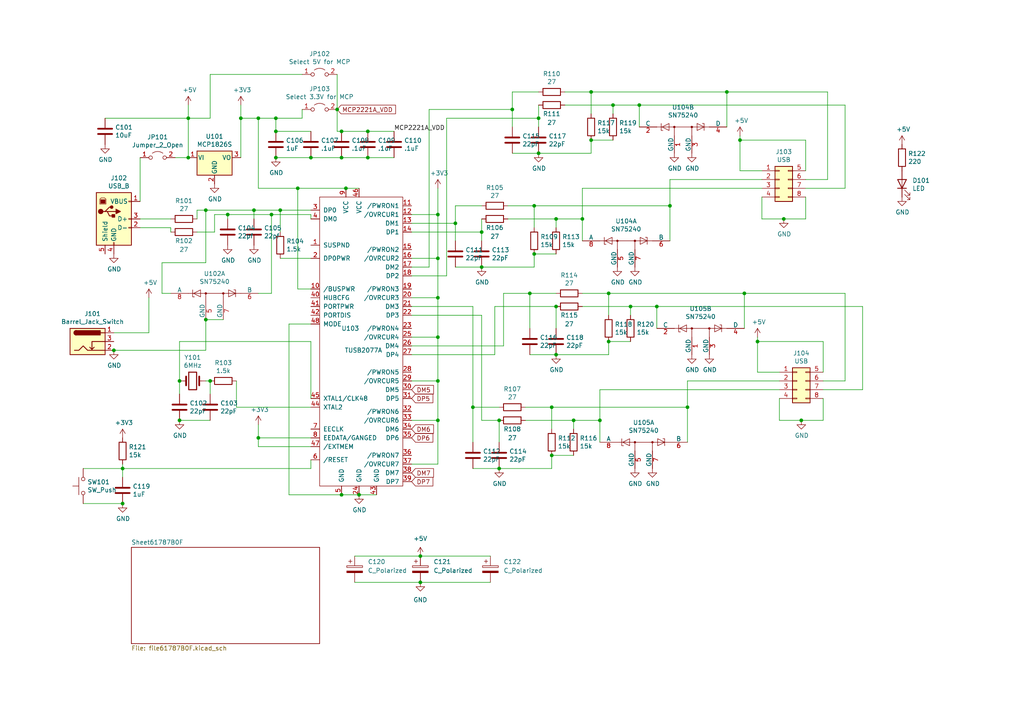
<source format=kicad_sch>
(kicad_sch (version 20211123) (generator eeschema)
  (paper "A4")
  (lib_symbols
    (symbol "445project_hub-rescue:+3.3V-power" (power) (pin_names (offset 0))
      (property "Value" "+3.3V-power" (at 0 3.556 0))
      (symbol "+3.3V-power_1_1"
        (pin power_in line (at 0 0 90) (length 0) hide (name "+3V3") (number "1"))
      )
    )
    (symbol "445project_hub-rescue:TUSB2077A-tusb2077a-445project_hub-rescue-445project_hub-rescue" (pin_names (offset 1.016))
      (property "Reference" "U" (at 0 55.88 0))
      (property "Value" "TUSB2077A-tusb2077a-445project_hub-rescue-445project_hub-rescue" (at 0 53.34 0))
      (symbol "TUSB2077A-tusb2077a-445project_hub-rescue-445project_hub-rescue_0_0"
        (pin unspecified line (at -13.97 27.94 0) (length 2.54) (name "SUSPND") (number "1"))
        (pin unspecified line (at -13.97 15.24 0) (length 2.54) (name "/BUSPWR") (number "10"))
        (pin unspecified line (at 15.24 39.37 180) (length 2.54) (name "/PWRON1") (number "11"))
        (pin unspecified line (at 15.24 36.83 180) (length 2.54) (name "/OVRCUR1") (number "12"))
        (pin unspecified line (at 15.24 34.29 180) (length 2.54) (name "DM1") (number "13"))
        (pin unspecified line (at 15.24 31.75 180) (length 2.54) (name "DP1") (number "14"))
        (pin unspecified line (at 15.24 26.67 180) (length 2.54) (name "/PWRON2") (number "15"))
        (pin unspecified line (at 15.24 24.13 180) (length 2.54) (name "/OVRCUR2") (number "16"))
        (pin unspecified line (at 15.24 21.59 180) (length 2.54) (name "DM2") (number "17"))
        (pin unspecified line (at 15.24 19.05 180) (length 2.54) (name "DP2") (number "18"))
        (pin unspecified line (at 15.24 15.24 180) (length 2.54) (name "/PWRON3") (number "19"))
        (pin unspecified line (at -13.97 24.13 0) (length 2.54) (name "DP0PWR") (number "2"))
        (pin unspecified line (at 15.24 12.7 180) (length 2.54) (name "/OVRCUR3") (number "20"))
        (pin unspecified line (at 15.24 10.16 180) (length 2.54) (name "DM3") (number "21"))
        (pin unspecified line (at 15.24 7.62 180) (length 2.54) (name "DP3") (number "22"))
        (pin unspecified line (at 15.24 3.81 180) (length 2.54) (name "/PWRON4") (number "23"))
        (pin unspecified line (at 0 -44.45 90) (length 2.54) (name "GND") (number "24"))
        (pin unspecified line (at 15.24 1.27 180) (length 2.54) (name "/OVRCUR4") (number "25"))
        (pin unspecified line (at 15.24 -1.27 180) (length 2.54) (name "DM4") (number "26"))
        (pin unspecified line (at 15.24 -3.81 180) (length 2.54) (name "DP4") (number "27"))
        (pin unspecified line (at 15.24 -8.89 180) (length 2.54) (name "/PWRON5") (number "28"))
        (pin unspecified line (at 15.24 -11.43 180) (length 2.54) (name "/OVRCUR5") (number "29"))
        (pin unspecified line (at -13.97 38.1 0) (length 2.54) (name "DP0") (number "3"))
        (pin unspecified line (at 15.24 -13.97 180) (length 2.54) (name "DM5") (number "30"))
        (pin unspecified line (at 15.24 -16.51 180) (length 2.54) (name "DP5") (number "31"))
        (pin unspecified line (at 15.24 -20.32 180) (length 2.54) (name "/PWRON6") (number "32"))
        (pin unspecified line (at 15.24 -22.86 180) (length 2.54) (name "/OVRCUR6") (number "33"))
        (pin unspecified line (at 15.24 -25.4 180) (length 2.54) (name "DM6") (number "34"))
        (pin unspecified line (at 15.24 -27.94 180) (length 2.54) (name "DP6") (number "35"))
        (pin unspecified line (at 15.24 -33.02 180) (length 2.54) (name "/PWRON7") (number "36"))
        (pin unspecified line (at 15.24 -35.56 180) (length 2.54) (name "/OVRCUR7") (number "37"))
        (pin unspecified line (at 15.24 -38.1 180) (length 2.54) (name "DM7") (number "38"))
        (pin unspecified line (at 15.24 -40.64 180) (length 2.54) (name "DP7") (number "39"))
        (pin unspecified line (at -13.97 35.56 0) (length 2.54) (name "DM0") (number "4"))
        (pin unspecified line (at -13.97 12.7 0) (length 2.54) (name "HUBCFG") (number "40"))
        (pin unspecified line (at -13.97 10.16 0) (length 2.54) (name "PORTPWR") (number "41"))
        (pin unspecified line (at -13.97 7.62 0) (length 2.54) (name "PORTDIS") (number "42"))
        (pin unspecified line (at 5.08 -44.45 90) (length 2.54) (name "GND") (number "43"))
        (pin unspecified line (at -13.97 -19.05 0) (length 2.54) (name "XTAL2") (number "44"))
        (pin unspecified line (at -13.97 -16.51 0) (length 2.54) (name "XTAL1/CLK48") (number "45"))
        (pin unspecified line (at 0 44.45 270) (length 2.54) (name "VCC") (number "46"))
        (pin unspecified line (at -13.97 -30.48 0) (length 2.54) (name "/EXTMEM") (number "47"))
        (pin unspecified line (at -13.97 5.08 0) (length 2.54) (name "MODE") (number "48"))
        (pin unspecified line (at -5.08 -44.45 90) (length 2.54) (name "GND") (number "5"))
        (pin unspecified line (at -13.97 -34.29 0) (length 2.54) (name "/RESET") (number "6"))
        (pin unspecified line (at -13.97 -25.4 0) (length 2.54) (name "EECLK") (number "7"))
        (pin unspecified line (at -13.97 -27.94 0) (length 2.54) (name "EEDATA/GANGED") (number "8"))
        (pin unspecified line (at -3.81 44.45 270) (length 2.54) (name "VCC") (number "9"))
      )
    )
    (symbol "445project_hub-rescue:USB_B-Connector-445project_hub-rescue-445project_hub-rescue" (pin_names (offset 1.016))
      (property "Reference" "J" (at -5.08 11.43 0))
      (property "Value" "USB_B-Connector-445project_hub-rescue-445project_hub-rescue" (at -5.08 8.89 0))
      (symbol "USB_B-Connector-445project_hub-rescue-445project_hub-rescue_1_1"
        (pin power_out line (at 7.62 5.08 180) (length 2.54) (name "VBUS") (number "1"))
        (pin bidirectional line (at 7.62 -2.54 180) (length 2.54) (name "D-") (number "2"))
        (pin bidirectional line (at 7.62 0 180) (length 2.54) (name "D+") (number "3"))
        (pin power_out line (at 0 -10.16 90) (length 2.54) (name "GND") (number "4"))
        (pin passive line (at -2.54 -10.16 90) (length 2.54) (name "Shield") (number "5"))
      )
    )
    (symbol "Connector:Barrel_Jack_Switch" (pin_names hide)
      (property "Reference" "J" (at 0 5.334 0))
      (property "Value" "Barrel_Jack_Switch" (at 0 -5.08 0))
      (symbol "Barrel_Jack_Switch_1_1"
        (pin passive line (at 7.62 2.54 180) (length 2.54) (name "~") (number "1"))
        (pin passive line (at 7.62 -2.54 180) (length 2.54) (name "~") (number "2"))
        (pin passive line (at 7.62 0 180) (length 2.54) (name "~") (number "3"))
      )
    )
    (symbol "Connector_Generic:Conn_02x04_Top_Bottom" (pin_names (offset 1.016) hide)
      (property "Reference" "J" (at 1.27 5.08 0))
      (property "Value" "Conn_02x04_Top_Bottom" (at 1.27 -7.62 0))
      (symbol "Conn_02x04_Top_Bottom_1_1"
        (pin passive line (at -5.08 2.54 0) (length 3.81) (name "Pin_1") (number "1"))
        (pin passive line (at -5.08 0 0) (length 3.81) (name "Pin_2") (number "2"))
        (pin passive line (at -5.08 -2.54 0) (length 3.81) (name "Pin_3") (number "3"))
        (pin passive line (at -5.08 -5.08 0) (length 3.81) (name "Pin_4") (number "4"))
        (pin passive line (at 7.62 2.54 180) (length 3.81) (name "Pin_5") (number "5"))
        (pin passive line (at 7.62 0 180) (length 3.81) (name "Pin_6") (number "6"))
        (pin passive line (at 7.62 -2.54 180) (length 3.81) (name "Pin_7") (number "7"))
        (pin passive line (at 7.62 -5.08 180) (length 3.81) (name "Pin_8") (number "8"))
      )
    )
    (symbol "Device:C" (pin_numbers hide) (pin_names (offset 0.254))
      (property "Reference" "C" (at 0.635 2.54 0))
      (property "Value" "C" (at 0.635 -2.54 0))
      (symbol "C_1_1"
        (pin passive line (at 0 3.81 270) (length 2.794) (name "~") (number "1"))
        (pin passive line (at 0 -3.81 90) (length 2.794) (name "~") (number "2"))
      )
    )
    (symbol "Device:C_Polarized" (pin_numbers hide) (pin_names (offset 0.254))
      (property "Reference" "C" (at 0.635 2.54 0))
      (property "Value" "C_Polarized" (at 0.635 -2.54 0))
      (symbol "C_Polarized_1_1"
        (pin passive line (at 0 3.81 270) (length 2.794) (name "~") (number "1"))
        (pin passive line (at 0 -3.81 90) (length 2.794) (name "~") (number "2"))
      )
    )
    (symbol "Device:Crystal" (pin_numbers hide) (pin_names (offset 1.016) hide)
      (property "Reference" "Y" (at 0 3.81 0))
      (property "Value" "Crystal" (at 0 -3.81 0))
      (symbol "Crystal_1_1"
        (pin passive line (at -3.81 0 0) (length 1.27) (name "1") (number "1"))
        (pin passive line (at 3.81 0 180) (length 1.27) (name "2") (number "2"))
      )
    )
    (symbol "Device:LED" (pin_numbers hide) (pin_names (offset 1.016) hide)
      (property "Reference" "D" (at 0 2.54 0))
      (property "Value" "LED" (at 0 -2.54 0))
      (symbol "LED_1_1"
        (pin passive line (at -3.81 0 0) (length 2.54) (name "K") (number "1"))
        (pin passive line (at 3.81 0 180) (length 2.54) (name "A") (number "2"))
      )
    )
    (symbol "Device:R" (pin_numbers hide) (pin_names (offset 0))
      (property "Reference" "R" (at 2.032 0 90))
      (property "Value" "R" (at 0 0 90))
      (symbol "R_1_1"
        (pin passive line (at 0 3.81 270) (length 1.27) (name "~") (number "1"))
        (pin passive line (at 0 -3.81 90) (length 1.27) (name "~") (number "2"))
      )
    )
    (symbol "Jumper:Jumper_2_Open" (pin_names (offset 0) hide)
      (property "Reference" "JP" (at 0 2.794 0))
      (property "Value" "Jumper_2_Open" (at 0 -2.286 0))
      (symbol "Jumper_2_Open_1_1"
        (pin passive line (at -5.08 0 0) (length 2.54) (name "A") (number "1"))
        (pin passive line (at 5.08 0 180) (length 2.54) (name "B") (number "2"))
      )
    )
    (symbol "Power_Protection:SN75240" (pin_names (offset 0))
      (property "Reference" "U" (at 0 5.715 0))
      (property "Value" "SN75240" (at 0 3.81 0))
      (symbol "SN75240_1_1"
        (pin passive line (at -2.54 -7.62 90) (length 5.08) (name "GND") (number "5"))
        (pin passive line (at 12.7 0 180) (length 5.08) (name "B") (number "6"))
        (pin passive line (at 2.54 -7.62 90) (length 5.08) (name "GND") (number "7"))
        (pin passive line (at -12.7 0 0) (length 5.08) (name "A") (number "8"))
      )
      (symbol "SN75240_2_1"
        (pin power_in line (at -2.54 -7.62 90) (length 5.08) (name "GND") (number "1"))
        (pin input line (at -12.7 0 0) (length 5.08) (name "C") (number "2"))
        (pin power_in line (at 2.54 -7.62 90) (length 5.08) (name "GND") (number "3"))
        (pin input line (at 12.7 0 180) (length 5.08) (name "D") (number "4"))
      )
    )
    (symbol "Regulator_Linear:MCP1826S" (pin_names (offset 0.254))
      (property "Reference" "U" (at -3.81 3.175 0))
      (property "Value" "MCP1826S" (at 0 3.175 0))
      (symbol "MCP1826S_1_1"
        (pin power_in line (at -7.62 0 0) (length 2.54) (name "VI") (number "1"))
        (pin power_in line (at 0 -7.62 90) (length 2.54) (name "GND") (number "2"))
        (pin power_out line (at 7.62 0 180) (length 2.54) (name "VO") (number "3"))
      )
    )
    (symbol "Switch:SW_Push" (pin_numbers hide) (pin_names (offset 1.016) hide)
      (property "Reference" "SW" (at 1.27 2.54 0))
      (property "Value" "SW_Push" (at 0 -1.524 0))
      (symbol "SW_Push_0_1"
        (pin passive line (at -5.08 0 0) (length 2.54) (name "1") (number "1"))
        (pin passive line (at 5.08 0 180) (length 2.54) (name "2") (number "2"))
      )
    )
    (symbol "power:+5V" (power) (pin_names (offset 0))
      (property "Value" "+5V" (at 0 3.556 0))
      (symbol "+5V_1_1"
        (pin power_in line (at 0 0 90) (length 0) hide (name "+5V") (number "1"))
      )
    )
    (symbol "power:GND" (power) (pin_names (offset 0))
      (property "Value" "GND" (at 0 -3.81 0))
      (symbol "GND_1_1"
        (pin power_in line (at 0 0 270) (length 0) hide (name "GND") (number "1"))
      )
    )
  )
  (junction (at 121.92 168.91))
  (junction (at 52.07 110.49))
  (junction (at 97.79 31.75))
  (junction (at 78.74 62.23))
  (junction (at 173.99 121.92))
  (junction (at 177.8 30.48))
  (junction (at 35.56 146.05))
  (junction (at 232.41 121.92))
  (junction (at 168.91 63.5))
  (junction (at 80.01 45.72))
  (junction (at 215.9 85.09))
  (junction (at 148.59 31.75))
  (junction (at 80.01 34.29))
  (junction (at 199.39 118.11))
  (junction (at 156.21 34.29))
  (junction (at 52.07 121.92))
  (junction (at 73.66 60.96))
  (junction (at 86.36 54.61))
  (junction (at 171.45 40.64))
  (junction (at 227.33 63.5))
  (junction (at 176.53 85.09))
  (junction (at 185.42 30.48))
  (junction (at 80.01 38.1))
  (junction (at 166.37 121.92))
  (junction (at 132.08 64.77))
  (junction (at 90.17 45.72))
  (junction (at 59.69 92.71))
  (junction (at 144.78 135.89))
  (junction (at 121.92 161.29))
  (junction (at 154.94 73.66))
  (junction (at 139.7 67.31))
  (junction (at 66.04 62.23))
  (junction (at 214.63 40.64))
  (junction (at 176.53 99.06))
  (junction (at 60.96 110.49))
  (junction (at 219.71 99.06))
  (junction (at 127 97.79))
  (junction (at 153.67 85.09))
  (junction (at 54.61 34.29))
  (junction (at 99.06 143.51))
  (junction (at 106.68 45.72))
  (junction (at 182.88 88.9))
  (junction (at 54.61 45.72))
  (junction (at 144.78 121.92))
  (junction (at 104.14 143.51))
  (junction (at 194.31 59.69))
  (junction (at 127 86.36))
  (junction (at 160.02 118.11))
  (junction (at 35.56 135.89))
  (junction (at 127 121.92))
  (junction (at 127 74.93))
  (junction (at 160.02 132.08))
  (junction (at 99.06 45.72))
  (junction (at 161.29 63.5))
  (junction (at 161.29 88.9))
  (junction (at 100.33 54.61))
  (junction (at 81.28 60.96))
  (junction (at 106.68 38.1))
  (junction (at 139.7 77.47))
  (junction (at 69.85 34.29))
  (junction (at 127 62.23))
  (junction (at 33.02 101.6))
  (junction (at 74.93 127))
  (junction (at 161.29 102.87))
  (junction (at 190.5 88.9))
  (junction (at 154.94 59.69))
  (junction (at 210.82 26.67))
  (junction (at 171.45 26.67))
  (junction (at 59.69 60.96))
  (junction (at 74.93 34.29))
  (junction (at 99.06 38.1))
  (junction (at 137.16 118.11))
  (junction (at 127 110.49))
  (junction (at 156.21 44.45))
  (wire (pts (xy 219.71 99.06) (xy 219.71 97.79)))
  (wire (pts (xy 160.02 132.08) (xy 166.37 132.08)))
  (wire (pts (xy 69.85 34.29) (xy 69.85 45.72)))
  (wire (pts (xy 139.7 91.44) (xy 119.38 91.44)))
  (wire (pts (xy 68.58 118.11) (xy 68.58 110.49)))
  (wire (pts (xy 176.53 91.44) (xy 176.53 85.09)))
  (wire (pts (xy 54.61 45.72) (xy 54.61 34.29)))
  (wire (pts (xy 161.29 88.9) (xy 161.29 95.25)))
  (wire (pts (xy 163.83 30.48) (xy 177.8 30.48)))
  (wire (pts (xy 119.38 86.36) (xy 127 86.36)))
  (wire (pts (xy 232.41 121.92) (xy 238.76 121.92)))
  (wire (pts (xy 245.11 30.48) (xy 185.42 30.48)))
  (wire (pts (xy 109.22 143.51) (xy 104.14 143.51)))
  (wire (pts (xy 163.83 26.67) (xy 171.45 26.67)))
  (wire (pts (xy 214.63 49.53) (xy 214.63 40.64)))
  (wire (pts (xy 154.94 77.47) (xy 139.7 77.47)))
  (wire (pts (xy 66.04 62.23) (xy 78.74 62.23)))
  (wire (pts (xy 226.06 107.95) (xy 219.71 107.95)))
  (wire (pts (xy 121.92 168.91) (xy 142.24 168.91)))
  (wire (pts (xy 46.99 85.09) (xy 46.99 76.2)))
  (wire (pts (xy 119.38 62.23) (xy 127 62.23)))
  (wire (pts (xy 60.96 121.92) (xy 52.07 121.92)))
  (wire (pts (xy 146.05 100.33) (xy 146.05 85.09)))
  (wire (pts (xy 54.61 34.29) (xy 30.48 34.29)))
  (wire (pts (xy 215.9 85.09) (xy 215.9 95.25)))
  (wire (pts (xy 124.46 77.47) (xy 119.38 77.47)))
  (wire (pts (xy 185.42 30.48) (xy 185.42 36.83)))
  (wire (pts (xy 154.94 73.66) (xy 154.94 77.47)))
  (wire (pts (xy 137.16 118.11) (xy 137.16 88.9)))
  (wire (pts (xy 194.31 52.07) (xy 194.31 59.69)))
  (wire (pts (xy 250.19 113.03) (xy 250.19 88.9)))
  (wire (pts (xy 127 97.79) (xy 127 110.49)))
  (wire (pts (xy 171.45 40.64) (xy 171.45 44.45)))
  (wire (pts (xy 127 74.93) (xy 127 62.23)))
  (wire (pts (xy 153.67 85.09) (xy 161.29 85.09)))
  (wire (pts (xy 127 86.36) (xy 127 97.79)))
  (wire (pts (xy 161.29 63.5) (xy 168.91 63.5)))
  (wire (pts (xy 238.76 113.03) (xy 250.19 113.03)))
  (wire (pts (xy 132.08 64.77) (xy 132.08 59.69)))
  (wire (pts (xy 168.91 88.9) (xy 182.88 88.9)))
  (wire (pts (xy 52.07 99.06) (xy 90.17 99.06)))
  (wire (pts (xy 129.54 34.29) (xy 156.21 34.29)))
  (wire (pts (xy 233.68 54.61) (xy 245.11 54.61)))
  (wire (pts (xy 153.67 102.87) (xy 161.29 102.87)))
  (wire (pts (xy 210.82 26.67) (xy 240.03 26.67)))
  (wire (pts (xy 80.01 34.29) (xy 80.01 38.1)))
  (wire (pts (xy 90.17 45.72) (xy 99.06 45.72)))
  (wire (pts (xy 156.21 36.83) (xy 156.21 34.29)))
  (wire (pts (xy 166.37 121.92) (xy 173.99 121.92)))
  (wire (pts (xy 43.18 96.52) (xy 43.18 86.36)))
  (wire (pts (xy 153.67 85.09) (xy 153.67 95.25)))
  (wire (pts (xy 121.92 161.29) (xy 142.24 161.29)))
  (wire (pts (xy 177.8 30.48) (xy 177.8 33.02)))
  (wire (pts (xy 59.69 76.2) (xy 59.69 60.96)))
  (wire (pts (xy 40.64 45.72) (xy 40.64 58.42)))
  (wire (pts (xy 54.61 34.29) (xy 60.96 34.29)))
  (wire (pts (xy 87.63 34.29) (xy 87.63 31.75)))
  (wire (pts (xy 132.08 59.69) (xy 139.7 59.69)))
  (wire (pts (xy 160.02 124.46) (xy 160.02 118.11)))
  (wire (pts (xy 132.08 77.47) (xy 139.7 77.47)))
  (wire (pts (xy 81.28 60.96) (xy 81.28 67.31)))
  (wire (pts (xy 127 110.49) (xy 119.38 110.49)))
  (wire (pts (xy 168.91 63.5) (xy 168.91 69.85)))
  (wire (pts (xy 124.46 31.75) (xy 148.59 31.75)))
  (wire (pts (xy 59.69 92.71) (xy 59.69 101.6)))
  (wire (pts (xy 59.69 101.6) (xy 33.02 101.6)))
  (wire (pts (xy 171.45 33.02) (xy 171.45 26.67)))
  (wire (pts (xy 49.53 63.5) (xy 40.64 63.5)))
  (wire (pts (xy 215.9 85.09) (xy 245.11 85.09)))
  (wire (pts (xy 99.06 45.72) (xy 106.68 45.72)))
  (wire (pts (xy 137.16 118.11) (xy 144.78 118.11)))
  (wire (pts (xy 90.17 60.96) (xy 81.28 60.96)))
  (wire (pts (xy 143.51 102.87) (xy 119.38 102.87)))
  (wire (pts (xy 90.17 127) (xy 74.93 127)))
  (wire (pts (xy 227.33 63.5) (xy 233.68 63.5)))
  (wire (pts (xy 137.16 88.9) (xy 119.38 88.9)))
  (wire (pts (xy 74.93 85.09) (xy 78.74 85.09)))
  (wire (pts (xy 220.98 52.07) (xy 194.31 52.07)))
  (wire (pts (xy 139.7 121.92) (xy 139.7 91.44)))
  (wire (pts (xy 226.06 115.57) (xy 226.06 121.92)))
  (wire (pts (xy 161.29 88.9) (xy 143.51 88.9)))
  (wire (pts (xy 86.36 54.61) (xy 74.93 54.61)))
  (wire (pts (xy 59.69 110.49) (xy 60.96 110.49)))
  (wire (pts (xy 214.63 40.64) (xy 214.63 39.37)))
  (wire (pts (xy 171.45 26.67) (xy 210.82 26.67)))
  (wire (pts (xy 176.53 99.06) (xy 182.88 99.06)))
  (wire (pts (xy 144.78 121.92) (xy 144.78 128.27)))
  (wire (pts (xy 119.38 100.33) (xy 146.05 100.33)))
  (wire (pts (xy 129.54 80.01) (xy 129.54 34.29)))
  (wire (pts (xy 97.79 21.59) (xy 97.79 31.75)))
  (wire (pts (xy 233.68 63.5) (xy 233.68 57.15)))
  (wire (pts (xy 182.88 88.9) (xy 182.88 91.44)))
  (wire (pts (xy 127 62.23) (xy 127 54.61)))
  (wire (pts (xy 152.4 121.92) (xy 166.37 121.92)))
  (wire (pts (xy 245.11 110.49) (xy 238.76 110.49)))
  (wire (pts (xy 33.02 96.52) (xy 43.18 96.52)))
  (wire (pts (xy 90.17 118.11) (xy 68.58 118.11)))
  (wire (pts (xy 60.96 110.49) (xy 60.96 114.3)))
  (wire (pts (xy 35.56 135.89) (xy 24.13 135.89)))
  (wire (pts (xy 80.01 38.1) (xy 90.17 38.1)))
  (wire (pts (xy 238.76 121.92) (xy 238.76 115.57)))
  (wire (pts (xy 168.91 85.09) (xy 176.53 85.09)))
  (wire (pts (xy 90.17 129.54) (xy 74.93 129.54)))
  (wire (pts (xy 100.33 54.61) (xy 86.36 54.61)))
  (wire (pts (xy 127 121.92) (xy 119.38 121.92)))
  (wire (pts (xy 90.17 62.23) (xy 90.17 63.5)))
  (wire (pts (xy 160.02 118.11) (xy 199.39 118.11)))
  (wire (pts (xy 148.59 26.67) (xy 156.21 26.67)))
  (wire (pts (xy 90.17 83.82) (xy 86.36 83.82)))
  (wire (pts (xy 148.59 31.75) (xy 148.59 36.83)))
  (wire (pts (xy 60.96 34.29) (xy 60.96 21.59)))
  (wire (pts (xy 146.05 85.09) (xy 153.67 85.09)))
  (wire (pts (xy 137.16 118.11) (xy 137.16 128.27)))
  (wire (pts (xy 78.74 62.23) (xy 90.17 62.23)))
  (wire (pts (xy 127 134.62) (xy 119.38 134.62)))
  (wire (pts (xy 166.37 121.92) (xy 166.37 124.46)))
  (wire (pts (xy 114.3 38.1) (xy 106.68 38.1)))
  (wire (pts (xy 83.82 143.51) (xy 99.06 143.51)))
  (wire (pts (xy 35.56 134.62) (xy 35.56 135.89)))
  (wire (pts (xy 119.38 64.77) (xy 132.08 64.77)))
  (wire (pts (xy 74.93 127) (xy 74.93 123.19)))
  (wire (pts (xy 147.32 59.69) (xy 154.94 59.69)))
  (wire (pts (xy 57.15 60.96) (xy 57.15 63.5)))
  (wire (pts (xy 220.98 49.53) (xy 214.63 49.53)))
  (wire (pts (xy 54.61 34.29) (xy 54.61 30.48)))
  (wire (pts (xy 139.7 69.85) (xy 139.7 67.31)))
  (wire (pts (xy 97.79 31.75) (xy 97.79 38.1)))
  (wire (pts (xy 62.23 62.23) (xy 66.04 62.23)))
  (wire (pts (xy 161.29 63.5) (xy 161.29 66.04)))
  (wire (pts (xy 152.4 118.11) (xy 160.02 118.11)))
  (wire (pts (xy 49.53 66.04) (xy 49.53 67.31)))
  (wire (pts (xy 168.91 54.61) (xy 220.98 54.61)))
  (wire (pts (xy 245.11 54.61) (xy 245.11 30.48)))
  (wire (pts (xy 176.53 99.06) (xy 176.53 102.87)))
  (wire (pts (xy 119.38 74.93) (xy 127 74.93)))
  (wire (pts (xy 52.07 110.49) (xy 52.07 99.06)))
  (wire (pts (xy 69.85 34.29) (xy 74.93 34.29)))
  (wire (pts (xy 132.08 64.77) (xy 132.08 69.85)))
  (wire (pts (xy 62.23 67.31) (xy 62.23 62.23)))
  (wire (pts (xy 226.06 121.92) (xy 232.41 121.92)))
  (wire (pts (xy 46.99 76.2) (xy 59.69 76.2)))
  (wire (pts (xy 148.59 44.45) (xy 156.21 44.45)))
  (wire (pts (xy 238.76 99.06) (xy 238.76 107.95)))
  (wire (pts (xy 143.51 88.9) (xy 143.51 102.87)))
  (wire (pts (xy 74.93 129.54) (xy 74.93 127)))
  (wire (pts (xy 240.03 26.67) (xy 240.03 52.07)))
  (wire (pts (xy 102.87 168.91) (xy 121.92 168.91)))
  (wire (pts (xy 177.8 30.48) (xy 185.42 30.48)))
  (wire (pts (xy 144.78 121.92) (xy 139.7 121.92)))
  (wire (pts (xy 66.04 63.5) (xy 66.04 62.23)))
  (wire (pts (xy 127 110.49) (xy 127 121.92)))
  (wire (pts (xy 245.11 85.09) (xy 245.11 110.49)))
  (wire (pts (xy 35.56 135.89) (xy 35.56 138.43)))
  (wire (pts (xy 114.3 45.72) (xy 106.68 45.72)))
  (wire (pts (xy 90.17 93.98) (xy 83.82 93.98)))
  (wire (pts (xy 73.66 60.96) (xy 59.69 60.96)))
  (wire (pts (xy 194.31 59.69) (xy 194.31 69.85)))
  (wire (pts (xy 176.53 102.87) (xy 161.29 102.87)))
  (wire (pts (xy 171.45 40.64) (xy 177.8 40.64)))
  (wire (pts (xy 220.98 57.15) (xy 220.98 63.5)))
  (wire (pts (xy 90.17 74.93) (xy 81.28 74.93)))
  (wire (pts (xy 156.21 30.48) (xy 156.21 34.29)))
  (wire (pts (xy 127 86.36) (xy 127 74.93)))
  (wire (pts (xy 160.02 135.89) (xy 144.78 135.89)))
  (wire (pts (xy 35.56 135.89) (xy 90.17 135.89)))
  (wire (pts (xy 50.8 45.72) (xy 54.61 45.72)))
  (wire (pts (xy 78.74 85.09) (xy 78.74 62.23)))
  (wire (pts (xy 127 97.79) (xy 119.38 97.79)))
  (wire (pts (xy 49.53 85.09) (xy 46.99 85.09)))
  (wire (pts (xy 102.87 161.29) (xy 121.92 161.29)))
  (wire (pts (xy 127 121.92) (xy 127 134.62)))
  (wire (pts (xy 69.85 30.48) (xy 69.85 34.29)))
  (wire (pts (xy 173.99 121.92) (xy 173.99 128.27)))
  (wire (pts (xy 90.17 45.72) (xy 80.01 45.72)))
  (wire (pts (xy 81.28 60.96) (xy 73.66 60.96)))
  (wire (pts (xy 104.14 54.61) (xy 100.33 54.61)))
  (wire (pts (xy 154.94 59.69) (xy 194.31 59.69)))
  (wire (pts (xy 148.59 31.75) (xy 148.59 26.67)))
  (wire (pts (xy 199.39 110.49) (xy 199.39 118.11)))
  (wire (pts (xy 74.93 34.29) (xy 80.01 34.29)))
  (wire (pts (xy 226.06 110.49) (xy 199.39 110.49)))
  (wire (pts (xy 119.38 67.31) (xy 139.7 67.31)))
  (wire (pts (xy 99.06 38.1) (xy 106.68 38.1)))
  (wire (pts (xy 173.99 113.03) (xy 226.06 113.03)))
  (wire (pts (xy 97.79 38.1) (xy 99.06 38.1)))
  (wire (pts (xy 139.7 63.5) (xy 139.7 67.31)))
  (wire (pts (xy 250.19 88.9) (xy 190.5 88.9)))
  (wire (pts (xy 59.69 60.96) (xy 57.15 60.96)))
  (wire (pts (xy 154.94 66.04) (xy 154.94 59.69)))
  (wire (pts (xy 190.5 88.9) (xy 190.5 95.25)))
  (wire (pts (xy 168.91 54.61) (xy 168.91 63.5)))
  (wire (pts (xy 214.63 40.64) (xy 233.68 40.64)))
  (wire (pts (xy 64.77 92.71) (xy 59.69 92.71)))
  (wire (pts (xy 90.17 135.89) (xy 90.17 133.35)))
  (wire (pts (xy 176.53 85.09) (xy 215.9 85.09)))
  (wire (pts (xy 124.46 31.75) (xy 124.46 77.47)))
  (wire (pts (xy 210.82 26.67) (xy 210.82 36.83)))
  (wire (pts (xy 171.45 44.45) (xy 156.21 44.45)))
  (wire (pts (xy 73.66 63.5) (xy 73.66 60.96)))
  (wire (pts (xy 99.06 143.51) (xy 104.14 143.51)))
  (wire (pts (xy 86.36 83.82) (xy 86.36 54.61)))
  (wire (pts (xy 90.17 99.06) (xy 90.17 115.57)))
  (wire (pts (xy 154.94 73.66) (xy 161.29 73.66)))
  (wire (pts (xy 233.68 40.64) (xy 233.68 49.53)))
  (wire (pts (xy 182.88 88.9) (xy 190.5 88.9)))
  (wire (pts (xy 199.39 118.11) (xy 199.39 128.27)))
  (wire (pts (xy 40.64 66.04) (xy 49.53 66.04)))
  (wire (pts (xy 60.96 21.59) (xy 87.63 21.59)))
  (wire (pts (xy 219.71 107.95) (xy 219.71 99.06)))
  (wire (pts (xy 160.02 132.08) (xy 160.02 135.89)))
  (wire (pts (xy 119.38 80.01) (xy 129.54 80.01)))
  (wire (pts (xy 220.98 63.5) (xy 227.33 63.5)))
  (wire (pts (xy 52.07 110.49) (xy 52.07 114.3)))
  (wire (pts (xy 240.03 52.07) (xy 233.68 52.07)))
  (wire (pts (xy 137.16 135.89) (xy 144.78 135.89)))
  (wire (pts (xy 219.71 99.06) (xy 238.76 99.06)))
  (wire (pts (xy 57.15 67.31) (xy 62.23 67.31)))
  (wire (pts (xy 24.13 146.05) (xy 35.56 146.05)))
  (wire (pts (xy 80.01 34.29) (xy 87.63 34.29)))
  (wire (pts (xy 74.93 54.61) (xy 74.93 34.29)))
  (wire (pts (xy 83.82 93.98) (xy 83.82 143.51)))
  (wire (pts (xy 173.99 113.03) (xy 173.99 121.92)))
  (wire (pts (xy 147.32 63.5) (xy 161.29 63.5)))
  (label "MCP2221A_VDD" (at 114.3 38.1 0))
  (global_label "DP7" (shape input) (at 119.38 139.7 0) (property "Intersheet References" "${INTERSHEET_REFS}" (effects hide)))
  (global_label "DP5" (shape input) (at 119.38 115.57 0) (property "Intersheet References" "${INTERSHEET_REFS}" (effects hide)))
  (global_label "DM5" (shape input) (at 119.38 113.03 0) (property "Intersheet References" "${INTERSHEET_REFS}" (effects hide)))
  (global_label "MCP2221A_VDD" (shape input) (at 97.79 31.75 0) (property "Intersheet References" "${INTERSHEET_REFS}" (effects hide)))
  (global_label "DP6" (shape input) (at 119.38 127 0) (property "Intersheet References" "${INTERSHEET_REFS}" (effects hide)))
  (global_label "DM7" (shape input) (at 119.38 137.16 0) (property "Intersheet References" "${INTERSHEET_REFS}" (effects hide)))
  (global_label "DM6" (shape input) (at 119.38 124.46 0) (property "Intersheet References" "${INTERSHEET_REFS}" (effects hide)))
  (symbol (lib_id "Connector_Generic:Conn_02x04_Top_Bottom") (at 226.06 52.07 0) (unit 1)
    (property "Reference" "J103" (at 227.33 44.0182 0))
    (property "Value" "USB" (at 227.33 46.3296 0))
    (property "Footprint" "Connector_USB:USB_A_Wuerth_61400826021_Horizontal_Stacked" (effects hide))
  )
  (symbol (lib_id "power:GND") (at 227.33 63.5 0) (unit 1)
    (property "Reference" "#PWR0129" (effects hide))
    (property "Value" "GND" (at 227.457 67.8942 0))
  )
  (symbol (lib_id "445project_hub-rescue:TUSB2077A-tusb2077a-445project_hub-rescue-445project_hub-rescue") (at 104.14 99.06 0) (unit 1)
    (property "Reference" "U103" (at 101.6 95.25 0))
    (property "Value" "TUSB2077A" (at 105.41 101.6 0))
    (property "Footprint" "Package_QFP:LQFP-48_7x7mm_P0.5mm" (effects hide))
  )
  (symbol (lib_id "Device:R") (at 81.28 71.12 0) (unit 1)
    (property "Reference" "R104" (at 83.058 69.9516 0) (effects (justify left)))
    (property "Value" "1.5k" (at 83.058 72.263 0) (effects (justify left)))
    (property "Footprint" "Resistor_SMD:R_0603_1608Metric_Pad1.05x0.95mm_HandSolder" (effects hide))
  )
  (symbol (lib_id "Regulator_Linear:MCP1826S") (at 62.23 45.72 0) (unit 1)
    (property "Reference" "U101" (at 62.23 39.5732 0))
    (property "Value" "MCP1826S" (at 62.23 41.8846 0))
    (property "Footprint" "Package_TO_SOT_SMD:SOT-223-3_TabPin2" (effects hide))
    (property "Datasheet" "http://ww1.microchip.com/downloads/en/DeviceDoc/22057B.pdf" (effects hide))
  )
  (symbol (lib_id "Device:C") (at 66.04 67.31 0) (unit 1)
    (property "Reference" "C104" (at 68.961 66.1416 0) (effects (justify left)))
    (property "Value" "22pf" (at 68.961 68.453 0) (effects (justify left)))
    (property "Footprint" "Capacitor_SMD:C_0805_2012Metric_Pad1.15x1.40mm_HandSolder" (effects hide))
  )
  (symbol (lib_id "Device:C") (at 73.66 67.31 0) (unit 1)
    (property "Reference" "C105" (at 76.581 66.1416 0) (effects (justify left)))
    (property "Value" "22pf" (at 76.581 68.453 0) (effects (justify left)))
    (property "Footprint" "Capacitor_SMD:C_0805_2012Metric_Pad1.15x1.40mm_HandSolder" (effects hide))
  )
  (symbol (lib_id "power:GND") (at 66.04 71.12 0) (unit 1)
    (property "Reference" "#PWR0108" (effects hide))
    (property "Value" "GND" (at 66.167 75.5142 0))
  )
  (symbol (lib_id "power:GND") (at 73.66 71.12 0) (unit 1)
    (property "Reference" "#PWR0110" (effects hide))
    (property "Value" "GND" (at 73.787 75.5142 0))
  )
  (symbol (lib_id "445project_hub-rescue:USB_B-Connector-445project_hub-rescue-445project_hub-rescue") (at 33.02 63.5 0) (unit 1)
    (property "Reference" "J102" (at 34.4678 51.6382 0))
    (property "Value" "USB_B" (at 34.4678 53.9496 0))
    (property "Footprint" "Connector_USB:USB_B_OST_USB-B1HSxx_Horizontal" (effects hide))
    (property "Datasheet" " ~" (effects hide))
  )
  (symbol (lib_id "Device:R") (at 53.34 63.5 90) (unit 1)
    (property "Reference" "R101" (at 53.34 58.2422 90))
    (property "Value" "27" (at 53.34 60.5536 90))
    (property "Footprint" "Resistor_SMD:R_0603_1608Metric_Pad1.05x0.95mm_HandSolder" (effects hide))
  )
  (symbol (lib_id "Device:R") (at 53.34 67.31 270) (unit 1)
    (property "Reference" "R102" (at 53.34 69.85 90))
    (property "Value" "27" (at 53.34 72.39 90))
    (property "Footprint" "Resistor_SMD:R_0603_1608Metric_Pad1.05x0.95mm_HandSolder" (effects hide))
  )
  (symbol (lib_id "power:GND") (at 62.23 53.34 0) (unit 1)
    (property "Reference" "#PWR0107" (effects hide))
    (property "Value" "GND" (at 62.357 57.7342 0))
  )
  (symbol (lib_id "Jumper:Jumper_2_Open") (at 45.72 45.72 0) (unit 1)
    (property "Reference" "JP101" (at 45.72 39.751 0))
    (property "Value" "Jumper_2_Open" (at 45.72 42.0624 0))
    (property "Footprint" "Resistor_SMD:R_0805_2012Metric_Pad1.15x1.40mm_HandSolder" (effects hide))
  )
  (symbol (lib_id "power:+5V") (at 54.61 30.48 0) (unit 1)
    (property "Reference" "#PWR0106" (effects hide))
    (property "Value" "+5V" (at 54.991 26.0858 0))
  )
  (symbol (lib_id "445project_hub-rescue:+3.3V-power") (at 69.85 30.48 0) (unit 1)
    (property "Reference" "#PWR0109" (effects hide))
    (property "Value" "+3.3V" (at 70.231 26.0858 0))
  )
  (symbol (lib_id "power:+5V") (at 214.63 39.37 0) (unit 1)
    (property "Reference" "#PWR0127" (effects hide))
    (property "Value" "+5V" (at 215.011 34.9758 0))
  )
  (symbol (lib_id "Device:C") (at 80.01 41.91 0) (unit 1)
    (property "Reference" "C106" (at 82.931 40.7416 0) (effects (justify left)))
    (property "Value" "1uF" (at 82.931 43.053 0) (effects (justify left)))
    (property "Footprint" "Capacitor_SMD:C_0805_2012Metric_Pad1.15x1.40mm_HandSolder" (effects hide))
  )
  (symbol (lib_id "power:GND") (at 80.01 45.72 0) (unit 1)
    (property "Reference" "#PWR0112" (effects hide))
    (property "Value" "GND" (at 80.137 50.1142 0))
  )
  (symbol (lib_id "Device:C") (at 90.17 41.91 0) (unit 1)
    (property "Reference" "C107" (at 93.091 40.7416 0) (effects (justify left)))
    (property "Value" ".1uF" (at 93.091 43.053 0) (effects (justify left)))
    (property "Footprint" "Capacitor_SMD:C_0805_2012Metric_Pad1.15x1.40mm_HandSolder" (effects hide))
  )
  (symbol (lib_id "Device:C") (at 99.06 41.91 0) (unit 1)
    (property "Reference" "C108" (at 101.981 40.7416 0) (effects (justify left)))
    (property "Value" ".1uF" (at 101.981 43.053 0) (effects (justify left)))
    (property "Footprint" "Capacitor_SMD:C_0805_2012Metric_Pad1.15x1.40mm_HandSolder" (effects hide))
  )
  (symbol (lib_id "Device:C") (at 106.68 41.91 0) (unit 1)
    (property "Reference" "C109" (at 109.601 40.7416 0) (effects (justify left)))
    (property "Value" ".1uF" (at 109.601 43.053 0) (effects (justify left)))
    (property "Footprint" "Capacitor_SMD:C_0805_2012Metric_Pad1.15x1.40mm_HandSolder" (effects hide))
  )
  (symbol (lib_id "Device:C") (at 114.3 41.91 0) (unit 1)
    (property "Reference" "C110" (at 117.221 40.7416 0) (effects (justify left)))
    (property "Value" ".1uF" (at 117.221 43.053 0) (effects (justify left)))
    (property "Footprint" "Capacitor_SMD:C_0805_2012Metric_Pad1.15x1.40mm_HandSolder" (effects hide))
  )
  (symbol (lib_id "Device:R") (at 148.59 118.11 270) (unit 1)
    (property "Reference" "R107" (at 148.59 112.8522 90))
    (property "Value" "27" (at 148.59 115.1636 90))
    (property "Footprint" "Resistor_SMD:R_0603_1608Metric_Pad1.05x0.95mm_HandSolder" (effects hide))
  )
  (symbol (lib_id "Device:R") (at 148.59 121.92 270) (unit 1)
    (property "Reference" "R108" (at 148.59 124.46 90))
    (property "Value" "27" (at 148.59 127 90))
    (property "Footprint" "Resistor_SMD:R_0603_1608Metric_Pad1.05x0.95mm_HandSolder" (effects hide))
  )
  (symbol (lib_id "Device:C") (at 137.16 132.08 0) (unit 1)
    (property "Reference" "C112" (at 140.081 130.9116 0) (effects (justify left)))
    (property "Value" "22pF" (at 140.081 133.223 0) (effects (justify left)))
    (property "Footprint" "Capacitor_SMD:C_0805_2012Metric_Pad1.15x1.40mm_HandSolder" (effects hide))
  )
  (symbol (lib_id "Device:C") (at 144.78 132.08 0) (unit 1)
    (property "Reference" "C114" (at 147.701 130.9116 0) (effects (justify left)))
    (property "Value" "22pF" (at 147.701 133.223 0) (effects (justify left)))
    (property "Footprint" "Capacitor_SMD:C_0805_2012Metric_Pad1.15x1.40mm_HandSolder" (effects hide))
  )
  (symbol (lib_id "power:GND") (at 144.78 135.89 0) (unit 1)
    (property "Reference" "#PWR0116" (effects hide))
    (property "Value" "GND" (at 144.907 140.2842 0))
  )
  (symbol (lib_id "Device:R") (at 160.02 128.27 0) (unit 1)
    (property "Reference" "R112" (at 161.798 127.1016 0) (effects (justify left)))
    (property "Value" "15k" (at 161.798 129.413 0) (effects (justify left)))
    (property "Footprint" "Resistor_SMD:R_0603_1608Metric_Pad1.05x0.95mm_HandSolder" (effects hide))
  )
  (symbol (lib_id "Device:R") (at 166.37 128.27 0) (unit 1)
    (property "Reference" "R116" (at 168.148 127.1016 0) (effects (justify left)))
    (property "Value" "15k" (at 168.148 129.413 0) (effects (justify left)))
    (property "Footprint" "Resistor_SMD:R_0603_1608Metric_Pad1.05x0.95mm_HandSolder" (effects hide))
  )
  (symbol (lib_id "Power_Protection:SN75240") (at 186.69 128.27 0) (unit 1)
    (property "Reference" "U105" (at 186.69 122.555 0))
    (property "Value" "SN75240" (at 186.69 124.8664 0))
    (property "Footprint" "Package_SO:TSSOP-8_4.4x3mm_P0.65mm" (effects hide))
    (property "Datasheet" "http://www.ti.com/lit/ds/symlink/sn65220.pdf" (effects hide))
  )
  (symbol (lib_id "Device:R") (at 165.1 85.09 270) (unit 1)
    (property "Reference" "R114" (at 165.1 79.8322 90))
    (property "Value" "27" (at 165.1 82.1436 90))
    (property "Footprint" "Resistor_SMD:R_0603_1608Metric_Pad1.05x0.95mm_HandSolder" (effects hide))
  )
  (symbol (lib_id "Device:R") (at 165.1 88.9 270) (unit 1)
    (property "Reference" "R115" (at 165.1 91.44 90))
    (property "Value" "27" (at 165.1 93.98 90))
    (property "Footprint" "Resistor_SMD:R_0603_1608Metric_Pad1.05x0.95mm_HandSolder" (effects hide))
  )
  (symbol (lib_id "Device:C") (at 153.67 99.06 0) (unit 1)
    (property "Reference" "C116" (at 156.591 97.8916 0) (effects (justify left)))
    (property "Value" "22pF" (at 156.591 100.203 0) (effects (justify left)))
    (property "Footprint" "Capacitor_SMD:C_0805_2012Metric_Pad1.15x1.40mm_HandSolder" (effects hide))
  )
  (symbol (lib_id "Device:C") (at 161.29 99.06 0) (unit 1)
    (property "Reference" "C118" (at 164.211 97.8916 0) (effects (justify left)))
    (property "Value" "22pF" (at 164.211 100.203 0) (effects (justify left)))
    (property "Footprint" "Capacitor_SMD:C_0805_2012Metric_Pad1.15x1.40mm_HandSolder" (effects hide))
  )
  (symbol (lib_id "power:GND") (at 161.29 102.87 0) (unit 1)
    (property "Reference" "#PWR0118" (effects hide))
    (property "Value" "GND" (at 161.417 107.2642 0))
  )
  (symbol (lib_id "Device:R") (at 176.53 95.25 0) (unit 1)
    (property "Reference" "R118" (at 178.308 94.0816 0) (effects (justify left)))
    (property "Value" "15k" (at 178.308 96.393 0) (effects (justify left)))
    (property "Footprint" "Resistor_SMD:R_0603_1608Metric_Pad1.05x0.95mm_HandSolder" (effects hide))
  )
  (symbol (lib_id "Device:R") (at 182.88 95.25 0) (unit 1)
    (property "Reference" "R120" (at 184.658 94.0816 0) (effects (justify left)))
    (property "Value" "15k" (at 184.658 96.393 0) (effects (justify left)))
    (property "Footprint" "Resistor_SMD:R_0603_1608Metric_Pad1.05x0.95mm_HandSolder" (effects hide))
  )
  (symbol (lib_id "Power_Protection:SN75240") (at 203.2 95.25 0) (unit 2)
    (property "Reference" "U105" (at 203.2 89.535 0))
    (property "Value" "SN75240" (at 203.2 91.8464 0))
    (property "Footprint" "Package_SO:TSSOP-8_4.4x3mm_P0.65mm" (effects hide))
    (property "Datasheet" "http://www.ti.com/lit/ds/symlink/sn65220.pdf" (effects hide))
  )
  (symbol (lib_id "power:GND") (at 184.15 135.89 0) (unit 1)
    (property "Reference" "#PWR0121" (effects hide))
    (property "Value" "GND" (at 184.277 140.2842 0))
  )
  (symbol (lib_id "power:GND") (at 189.23 135.89 0) (unit 1)
    (property "Reference" "#PWR0122" (effects hide))
    (property "Value" "GND" (at 189.357 140.2842 0))
  )
  (symbol (lib_id "power:GND") (at 205.74 102.87 0) (unit 1)
    (property "Reference" "#PWR0126" (effects hide))
    (property "Value" "GND" (at 205.867 107.2642 0))
  )
  (symbol (lib_id "power:GND") (at 200.66 102.87 0) (unit 1)
    (property "Reference" "#PWR0125" (effects hide))
    (property "Value" "GND" (at 200.787 107.2642 0))
  )
  (symbol (lib_id "Connector_Generic:Conn_02x04_Top_Bottom") (at 231.14 110.49 0) (unit 1)
    (property "Reference" "J104" (at 232.41 102.4382 0))
    (property "Value" "USB" (at 232.41 104.7496 0))
    (property "Footprint" "Connector_USB:USB_A_Wuerth_61400826021_Horizontal_Stacked" (effects hide))
  )
  (symbol (lib_id "power:GND") (at 232.41 121.92 0) (unit 1)
    (property "Reference" "#PWR0130" (effects hide))
    (property "Value" "GND" (at 232.537 126.3142 0))
  )
  (symbol (lib_id "power:+5V") (at 219.71 97.79 0) (unit 1)
    (property "Reference" "#PWR0128" (effects hide))
    (property "Value" "+5V" (at 220.091 93.3958 0))
  )
  (symbol (lib_id "Device:C") (at 30.48 38.1 0) (unit 1)
    (property "Reference" "C101" (at 33.401 36.9316 0) (effects (justify left)))
    (property "Value" "10uF" (at 33.401 39.243 0) (effects (justify left)))
    (property "Footprint" "Capacitor_SMD:C_0805_2012Metric_Pad1.15x1.40mm_HandSolder" (effects hide))
  )
  (symbol (lib_id "power:GND") (at 30.48 41.91 0) (unit 1)
    (property "Reference" "#PWR0101" (effects hide))
    (property "Value" "GND" (at 30.607 46.3042 0))
  )
  (symbol (lib_id "Jumper:Jumper_2_Open") (at 92.71 31.75 0) (unit 1)
    (property "Reference" "JP103" (at 92.71 25.781 0))
    (property "Value" "Select 3.3V for MCP" (at 92.71 28.0924 0))
    (property "Footprint" "Resistor_SMD:R_0805_2012Metric_Pad1.15x1.40mm_HandSolder" (effects hide))
  )
  (symbol (lib_id "Jumper:Jumper_2_Open") (at 92.71 21.59 0) (unit 1)
    (property "Reference" "JP102" (at 92.71 15.621 0))
    (property "Value" "Select 5V for MCP" (at 92.71 17.9324 0))
    (property "Footprint" "Resistor_SMD:R_0805_2012Metric_Pad1.15x1.40mm_HandSolder" (effects hide))
  )
  (symbol (lib_id "445project_hub-rescue:+3.3V-power") (at 127 54.61 0) (unit 1)
    (property "Reference" "#PWR0114" (effects hide))
    (property "Value" "+3.3V" (at 127.381 50.2158 0))
  )
  (symbol (lib_id "power:GND") (at 104.14 143.51 0) (unit 1)
    (property "Reference" "#PWR0113" (effects hide))
    (property "Value" "GND" (at 104.267 147.9042 0))
  )
  (symbol (lib_id "Device:R") (at 143.51 59.69 270) (unit 1)
    (property "Reference" "R105" (at 143.51 54.4322 90))
    (property "Value" "27" (at 143.51 56.7436 90))
    (property "Footprint" "Resistor_SMD:R_0603_1608Metric_Pad1.05x0.95mm_HandSolder" (effects hide))
  )
  (symbol (lib_id "Device:R") (at 143.51 63.5 270) (unit 1)
    (property "Reference" "R106" (at 143.51 66.04 90))
    (property "Value" "27" (at 143.51 68.58 90))
    (property "Footprint" "Resistor_SMD:R_0603_1608Metric_Pad1.05x0.95mm_HandSolder" (effects hide))
  )
  (symbol (lib_id "Device:C") (at 132.08 73.66 0) (unit 1)
    (property "Reference" "C111" (at 135.001 72.4916 0) (effects (justify left)))
    (property "Value" "22pF" (at 135.001 74.803 0) (effects (justify left)))
    (property "Footprint" "Capacitor_SMD:C_0805_2012Metric_Pad1.15x1.40mm_HandSolder" (effects hide))
  )
  (symbol (lib_id "Device:C") (at 139.7 73.66 0) (unit 1)
    (property "Reference" "C113" (at 142.621 72.4916 0) (effects (justify left)))
    (property "Value" "22pF" (at 142.621 74.803 0) (effects (justify left)))
    (property "Footprint" "Capacitor_SMD:C_0805_2012Metric_Pad1.15x1.40mm_HandSolder" (effects hide))
  )
  (symbol (lib_id "power:GND") (at 139.7 77.47 0) (unit 1)
    (property "Reference" "#PWR0115" (effects hide))
    (property "Value" "GND" (at 139.827 81.8642 0))
  )
  (symbol (lib_id "Device:R") (at 154.94 69.85 0) (unit 1)
    (property "Reference" "R109" (at 156.718 68.6816 0) (effects (justify left)))
    (property "Value" "15k" (at 156.718 70.993 0) (effects (justify left)))
    (property "Footprint" "Resistor_SMD:R_0603_1608Metric_Pad1.05x0.95mm_HandSolder" (effects hide))
  )
  (symbol (lib_id "Device:R") (at 161.29 69.85 0) (unit 1)
    (property "Reference" "R113" (at 163.068 68.6816 0) (effects (justify left)))
    (property "Value" "15k" (at 163.068 70.993 0) (effects (justify left)))
    (property "Footprint" "Resistor_SMD:R_0603_1608Metric_Pad1.05x0.95mm_HandSolder" (effects hide))
  )
  (symbol (lib_id "Connector:Barrel_Jack_Switch") (at 25.4 99.06 0) (unit 1)
    (property "Reference" "J101" (at 26.8478 91.0082 0))
    (property "Value" "Barrel_Jack_Switch" (at 26.8478 93.3196 0))
    (property "Footprint" "Connector_BarrelJack:BarrelJack_Horizontal" (effects hide))
  )
  (symbol (lib_id "power:+5V") (at 43.18 86.36 0) (unit 1)
    (property "Reference" "#PWR0104" (effects hide))
    (property "Value" "+5V" (at 43.561 81.9658 0))
  )
  (symbol (lib_id "power:GND") (at 33.02 101.6 0) (unit 1)
    (property "Reference" "#PWR0103" (effects hide))
    (property "Value" "GND" (at 33.147 105.9942 0))
  )
  (symbol (lib_id "power:GND") (at 33.02 73.66 0) (unit 1)
    (property "Reference" "#PWR0102" (effects hide))
    (property "Value" "GND" (at 33.147 78.0542 0))
  )
  (symbol (lib_id "Power_Protection:SN75240") (at 181.61 69.85 0) (unit 1)
    (property "Reference" "U104" (at 181.61 64.135 0))
    (property "Value" "SN75240" (at 181.61 66.4464 0))
    (property "Footprint" "Package_SO:TSSOP-8_4.4x3mm_P0.65mm" (effects hide))
    (property "Datasheet" "http://www.ti.com/lit/ds/symlink/sn65220.pdf" (effects hide))
  )
  (symbol (lib_id "Device:R") (at 160.02 26.67 270) (unit 1)
    (property "Reference" "R110" (at 160.02 21.4122 90))
    (property "Value" "27" (at 160.02 23.7236 90))
    (property "Footprint" "Resistor_SMD:R_0603_1608Metric_Pad1.05x0.95mm_HandSolder" (effects hide))
  )
  (symbol (lib_id "Device:R") (at 160.02 30.48 270) (unit 1)
    (property "Reference" "R111" (at 160.02 33.02 90))
    (property "Value" "27" (at 160.02 35.56 90))
    (property "Footprint" "Resistor_SMD:R_0603_1608Metric_Pad1.05x0.95mm_HandSolder" (effects hide))
  )
  (symbol (lib_id "Device:C") (at 148.59 40.64 0) (unit 1)
    (property "Reference" "C115" (at 151.511 39.4716 0) (effects (justify left)))
    (property "Value" "22pF" (at 151.511 41.783 0) (effects (justify left)))
    (property "Footprint" "Capacitor_SMD:C_0805_2012Metric_Pad1.15x1.40mm_HandSolder" (effects hide))
  )
  (symbol (lib_id "Device:C") (at 156.21 40.64 0) (unit 1)
    (property "Reference" "C117" (at 159.131 39.4716 0) (effects (justify left)))
    (property "Value" "22pF" (at 159.131 41.783 0) (effects (justify left)))
    (property "Footprint" "Capacitor_SMD:C_0805_2012Metric_Pad1.15x1.40mm_HandSolder" (effects hide))
  )
  (symbol (lib_id "power:GND") (at 156.21 44.45 0) (unit 1)
    (property "Reference" "#PWR0117" (effects hide))
    (property "Value" "GND" (at 156.337 48.8442 0))
  )
  (symbol (lib_id "Device:R") (at 171.45 36.83 0) (unit 1)
    (property "Reference" "R117" (at 173.228 35.6616 0) (effects (justify left)))
    (property "Value" "15k" (at 173.228 37.973 0) (effects (justify left)))
    (property "Footprint" "Resistor_SMD:R_0603_1608Metric_Pad1.05x0.95mm_HandSolder" (effects hide))
  )
  (symbol (lib_id "Device:R") (at 177.8 36.83 0) (unit 1)
    (property "Reference" "R119" (at 179.578 35.6616 0) (effects (justify left)))
    (property "Value" "15k" (at 179.578 37.973 0) (effects (justify left)))
    (property "Footprint" "Resistor_SMD:R_0603_1608Metric_Pad1.05x0.95mm_HandSolder" (effects hide))
  )
  (symbol (lib_id "Power_Protection:SN75240") (at 198.12 36.83 0) (unit 2)
    (property "Reference" "U104" (at 198.12 31.115 0))
    (property "Value" "SN75240" (at 198.12 33.4264 0))
    (property "Footprint" "Package_SO:TSSOP-8_4.4x3mm_P0.65mm" (effects hide))
    (property "Datasheet" "http://www.ti.com/lit/ds/symlink/sn65220.pdf" (effects hide))
  )
  (symbol (lib_id "power:GND") (at 179.07 77.47 0) (unit 1)
    (property "Reference" "#PWR0119" (effects hide))
    (property "Value" "GND" (at 179.197 81.8642 0))
  )
  (symbol (lib_id "power:GND") (at 184.15 77.47 0) (unit 1)
    (property "Reference" "#PWR0120" (effects hide))
    (property "Value" "GND" (at 184.277 81.8642 0))
  )
  (symbol (lib_id "power:GND") (at 200.66 44.45 0) (unit 1)
    (property "Reference" "#PWR0124" (effects hide))
    (property "Value" "GND" (at 200.787 48.8442 0))
  )
  (symbol (lib_id "power:GND") (at 195.58 44.45 0) (unit 1)
    (property "Reference" "#PWR0123" (effects hide))
    (property "Value" "GND" (at 195.707 48.8442 0))
  )
  (symbol (lib_id "Power_Protection:SN75240") (at 62.23 85.09 0) (unit 1)
    (property "Reference" "U102" (at 62.23 79.375 0))
    (property "Value" "SN75240" (at 62.23 81.6864 0))
    (property "Footprint" "Package_SO:TSSOP-8_4.4x3mm_P0.65mm" (effects hide))
    (property "Datasheet" "http://www.ti.com/lit/ds/symlink/sn65220.pdf" (effects hide))
  )
  (symbol (lib_id "445project_hub-rescue:+3.3V-power") (at 74.93 123.19 0) (unit 1)
    (property "Reference" "#PWR0111" (effects hide))
    (property "Value" "+3.3V" (at 75.311 118.7958 0))
  )
  (symbol (lib_id "Device:C") (at 52.07 118.11 0) (unit 1)
    (property "Reference" "C102" (at 54.991 116.9416 0) (effects (justify left)))
    (property "Value" "22pF" (at 54.991 119.253 0) (effects (justify left)))
    (property "Footprint" "Capacitor_SMD:C_0805_2012Metric_Pad1.15x1.40mm_HandSolder" (effects hide))
  )
  (symbol (lib_id "Device:C") (at 60.96 118.11 0) (unit 1)
    (property "Reference" "C103" (at 63.881 116.9416 0) (effects (justify left)))
    (property "Value" "22pF" (at 63.881 119.253 0) (effects (justify left)))
    (property "Footprint" "Capacitor_SMD:C_0805_2012Metric_Pad1.15x1.40mm_HandSolder" (effects hide))
  )
  (symbol (lib_id "Device:Crystal") (at 55.88 110.49 0) (unit 1)
    (property "Reference" "Y101" (at 55.88 103.6828 0))
    (property "Value" "6MHz" (at 55.88 105.9942 0))
    (property "Footprint" "Crystal:Crystal_HC49-U_Vertical" (effects hide))
  )
  (symbol (lib_id "power:GND") (at 52.07 121.92 0) (unit 1)
    (property "Reference" "#PWR0105" (effects hide))
    (property "Value" "GND" (at 52.197 126.3142 0))
  )
  (symbol (lib_id "Device:R") (at 64.77 110.49 270) (unit 1)
    (property "Reference" "R103" (at 64.77 105.2322 90))
    (property "Value" "1.5k" (at 64.77 107.5436 90))
    (property "Footprint" "Resistor_SMD:R_0603_1608Metric_Pad1.05x0.95mm_HandSolder" (effects hide))
  )
  (symbol (lib_id "Device:R") (at 35.56 130.81 0) (unit 1)
    (property "Reference" "R121" (at 37.338 129.6416 0) (effects (justify left)))
    (property "Value" "15k" (at 37.338 131.953 0) (effects (justify left)))
    (property "Footprint" "Resistor_SMD:R_0603_1608Metric_Pad1.05x0.95mm_HandSolder" (effects hide))
  )
  (symbol (lib_id "Device:C") (at 35.56 142.24 0) (unit 1)
    (property "Reference" "C119" (at 38.481 141.0716 0) (effects (justify left)))
    (property "Value" "1uF" (at 38.481 143.383 0) (effects (justify left)))
    (property "Footprint" "Capacitor_SMD:C_0805_2012Metric" (effects hide))
  )
  (symbol (lib_id "445project_hub-rescue:+3.3V-power") (at 35.56 127 0) (unit 1)
    (property "Reference" "#PWR0131" (effects hide))
    (property "Value" "+3.3V" (at 35.941 122.6058 0))
  )
  (symbol (lib_id "power:GND") (at 35.56 146.05 0) (unit 1)
    (property "Reference" "#PWR0132" (effects hide))
    (property "Value" "GND" (at 35.687 150.4442 0))
  )
  (symbol (lib_id "Switch:SW_Push") (at 24.13 140.97 90) (unit 1)
    (property "Reference" "SW101" (at 25.3492 139.8016 90) (effects (justify right)))
    (property "Value" "SW_Push" (at 25.3492 142.113 90) (effects (justify right)))
    (property "Footprint" "Button_Switch_THT:SW_PUSH_6mm_H7.3mm" (effects hide))
  )
  (symbol (lib_id "power:+5V") (at 261.62 41.91 0) (unit 1)
    (property "Reference" "#PWR0133" (effects hide))
    (property "Value" "+5V" (at 262.001 37.5158 0))
  )
  (symbol (lib_id "Device:R") (at 261.62 45.72 0) (unit 1)
    (property "Reference" "R122" (at 263.398 44.5516 0) (effects (justify left)))
    (property "Value" "220" (at 263.398 46.863 0) (effects (justify left)))
    (property "Footprint" "Resistor_SMD:R_0603_1608Metric_Pad1.05x0.95mm_HandSolder" (effects hide))
  )
  (symbol (lib_id "Device:LED") (at 261.62 53.34 90) (unit 1)
    (property "Reference" "D101" (at 264.6172 52.3494 90) (effects (justify right)))
    (property "Value" "LED" (at 264.6172 54.6608 90) (effects (justify right)))
    (property "Footprint" "LED_THT:LED_D5.0mm" (effects hide))
  )
  (symbol (lib_id "power:GND") (at 261.62 57.15 0) (unit 1)
    (property "Reference" "#PWR0134" (effects hide))
    (property "Value" "GND" (at 261.747 61.5442 0))
  )
  (symbol (lib_id "Device:C_Polarized") (at 102.87 165.1 0) (unit 1)
    (property "Reference" "C120" (at 106.68 162.9409 0) (effects (justify left)))
    (property "Value" "C_Polarized" (at 106.68 165.4809 0) (effects (justify left)))
    (property "Footprint" "Capacitor_THT:CP_Radial_D8.0mm_P3.50mm" (effects hide))
  )
  (symbol (lib_id "power:GND") (at 121.92 168.91 0) (unit 1)
    (property "Reference" "#PWR0136" (effects hide))
    (property "Value" "GND" (at 121.92 173.99 0))
  )
  (symbol (lib_id "Device:C_Polarized") (at 121.92 165.1 0) (unit 1)
    (property "Reference" "C121" (at 125.73 162.9409 0) (effects (justify left)))
    (property "Value" "C_Polarized" (at 125.73 165.4809 0) (effects (justify left)))
    (property "Footprint" "Capacitor_THT:CP_Radial_D8.0mm_P3.50mm" (effects hide))
  )
  (symbol (lib_id "power:+5V") (at 121.92 161.29 0) (unit 1)
    (property "Reference" "#PWR0135" (effects hide))
    (property "Value" "+5V" (at 121.92 156.21 0))
  )
  (symbol (lib_id "Device:C_Polarized") (at 142.24 165.1 0) (unit 1)
    (property "Reference" "C122" (at 146.05 162.9409 0) (effects (justify left)))
    (property "Value" "C_Polarized" (at 146.05 165.4809 0) (effects (justify left)))
    (property "Footprint" "Capacitor_THT:CP_Radial_D8.0mm_P3.50mm" (effects hide))
  )
  (sheet (at 38.1 158.75) (size 54.61 27.94)
    (property "Sheet name" "Sheet61787B0F" (at 38.1 158.0384 0) (effects (justify left bottom)))
    (property "Sheet file" "file61787B0F.kicad_sch" (at 38.1 187.2746 0) (effects (justify left top)))
  )
)
</source>
